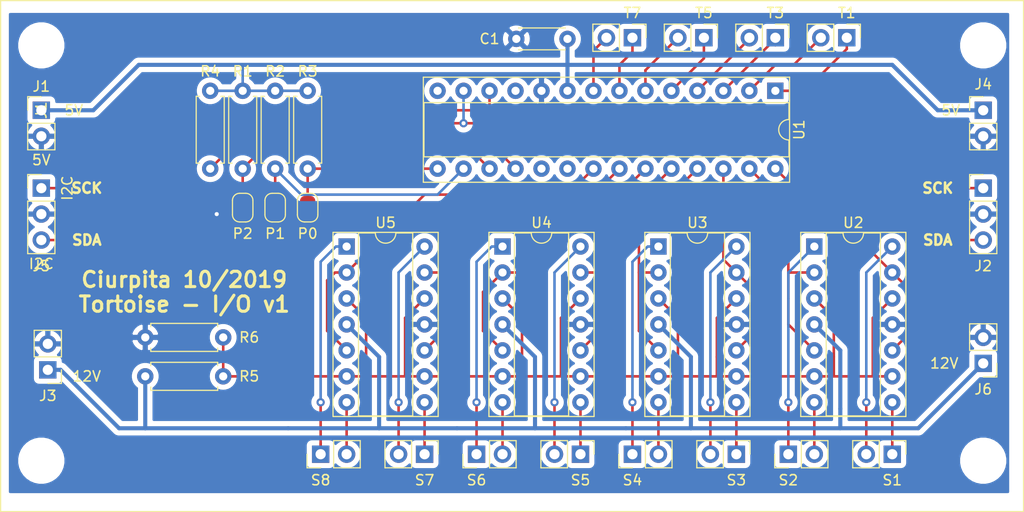
<source format=kicad_pcb>
(kicad_pcb (version 20171130) (host pcbnew "(5.1.2)-2")
  (layers (0 F.Cu signal) (31 B.Cu signal) (34 B.Paste user hide) (35 F.Paste user hide) (36 B.SilkS user hide) (37 F.SilkS user) (38 B.Mask user hide) (39 F.Mask user hide) (44 Edge.Cuts user))
  (net 0 "")
  (net 1 GND)
  (net 2 +12V)
  (net 3 "Net-(R4-Pad2)")
  (net 4 "Net-(R5-Pad2)")
  (net 5 "Net-(U1-Pad19)")
  (net 6 "Net-(U1-Pad20)")
  (net 7 "Net-(U1-Pad21)")
  (net 8 "Net-(U1-Pad22)")
  (net 9 "Net-(U1-Pad23)")
  (net 10 "Net-(U1-Pad24)")
  (net 11 "Net-(U1-Pad11)")
  (net 12 "Net-(U1-Pad25)")
  (net 13 "Net-(U1-Pad26)")
  (net 14 "Net-(U1-Pad27)")
  (net 15 "Net-(U1-Pad14)")
  (net 16 "Net-(U1-Pad28)")
  (net 17 "Net-(P2-Pad2)")
  (net 18 "Net-(P0-Pad2)")
  (net 19 SDA)
  (net 20 SCK)
  (net 21 +5V)
  (net 22 "Net-(P1-Pad2)")
  (net 23 "Net-(S1-Pad2)")
  (net 24 "Net-(S1-Pad1)")
  (net 25 "Net-(S2-Pad1)")
  (net 26 "Net-(S2-Pad2)")
  (net 27 "Net-(S3-Pad1)")
  (net 28 "Net-(S3-Pad2)")
  (net 29 "Net-(S4-Pad1)")
  (net 30 "Net-(S4-Pad2)")
  (net 31 "Net-(S5-Pad2)")
  (net 32 "Net-(S5-Pad1)")
  (net 33 "Net-(S6-Pad1)")
  (net 34 "Net-(S6-Pad2)")
  (net 35 "Net-(S7-Pad2)")
  (net 36 "Net-(S7-Pad1)")
  (net 37 "Net-(S8-Pad1)")
  (net 38 "Net-(S8-Pad2)")
  (net 39 "Net-(T1-Pad1)")
  (net 40 "Net-(T1-Pad2)")
  (net 41 "Net-(T3-Pad2)")
  (net 42 "Net-(T3-Pad1)")
  (net 43 "Net-(T5-Pad1)")
  (net 44 "Net-(T5-Pad2)")
  (net 45 "Net-(T7-Pad2)")
  (net 46 "Net-(T7-Pad1)")
  (module Connector_PinHeader_2.54mm:PinHeader_1x02_P2.54mm_Vertical (layer F.Cu) (at 186.055 277.495 180)
    (fp_text reference J6 (at 0 -2.54) (layer F.SilkS))
    (fp_text value 12V hide)
    (pad 2 thru_hole oval (at 0 2.54 180) (size 1.7 1.7) (drill 1) (layers *.Cu *.Mask) (net 1 GND))
    (pad 1 thru_hole rect (at 0 0 180) (size 1.7 1.7) (drill 1) (layers *.Cu *.Mask) (net 2 +12V))
  )
  (module Connector_PinHeader_2.54mm:PinHeader_1x02_P2.54mm_Vertical (layer F.Cu) (at 177.165 286.385 270)
    (fp_text reference S1 (at 2.54 0 180) (layer F.SilkS))
    (fp_text value SM1)
    (pad 2 thru_hole oval (at 0 2.54 270) (size 1.7 1.7) (drill 1) (layers *.Cu *.Mask) (net 23 "Net-(S1-Pad2)"))
    (pad 1 thru_hole rect (at 0 0 270) (size 1.7 1.7) (drill 1) (layers *.Cu *.Mask) (net 24 "Net-(S1-Pad1)"))
  )
  (module Connector_PinHeader_2.54mm:PinHeader_1x02_P2.54mm_Vertical (layer F.Cu) (at 186.055 252.73)
    (fp_text reference J4 (at 0 -2.54) (layer F.SilkS))
    (fp_text value 5V)
    (pad 2 thru_hole oval (at 0 2.54) (size 1.7 1.7) (drill 1) (layers *.Cu *.Mask) (net 1 GND))
    (pad 1 thru_hole rect (at 0 0) (size 1.7 1.7) (drill 1) (layers *.Cu *.Mask) (net 21 +5V))
  )
  (module Connector_PinHeader_2.54mm:PinHeader_1x03_P2.54mm_Vertical (layer F.Cu) (at 93.98 260.35)
    (fp_text reference J5 (at 0 7.62) (layer F.SilkS))
    (fp_text value I2C (at 0 7.41) (layer F.SilkS))
    (fp_text user %V (at 2.54 0 90) (layer F.SilkS))
    (pad 3 thru_hole oval (at 0 5.08) (size 1.7 1.7) (drill 1) (layers *.Cu *.Mask) (net 19 SDA))
    (pad 2 thru_hole oval (at 0 2.54) (size 1.7 1.7) (drill 1) (layers *.Cu *.Mask) (net 1 GND))
    (pad 1 thru_hole rect (at 0 0) (size 1.7 1.7) (drill 1) (layers *.Cu *.Mask) (net 20 SCK))
  )
  (module Connector_PinHeader_2.54mm:PinHeader_1x03_P2.54mm_Vertical (layer F.Cu) (at 186.055 260.35)
    (fp_text reference J2 (at 0 7.62) (layer F.SilkS))
    (fp_text value I2C)
    (pad 3 thru_hole oval (at 0 5.08) (size 1.7 1.7) (drill 1) (layers *.Cu *.Mask) (net 19 SDA))
    (pad 2 thru_hole oval (at 0 2.54) (size 1.7 1.7) (drill 1) (layers *.Cu *.Mask) (net 1 GND))
    (pad 1 thru_hole rect (at 0 0) (size 1.7 1.7) (drill 1) (layers *.Cu *.Mask) (net 20 SCK))
  )
  (module Jumper:SolderJumper-2_P1.3mm_Bridged_RoundedPad1.0x1.5mm (layer F.Cu) (at 113.665 262.255 90)
    (fp_text reference P2 (at -2.54 0 180) (layer F.SilkS))
    (fp_text value br)
    (fp_poly (pts (xy 0.25 -0.3) (xy -0.25 -0.3) (xy -0.25 0.3) (xy 0.25 0.3)) (layer F.Cu) (width 0))
    (pad 1 smd custom (at -0.65 0 90) (size 1 0.5) (layers F.Cu F.Mask) (net 1 GND) (options (clearance outline) (anchor rect)) (primitives (gr_circle (center 0 0.25) (end 0.5 0.25) (width 0)) (gr_circle (center 0 -0.25) (end 0.5 -0.25) (width 0)) (gr_poly (pts (xy 0 -0.75) (xy 0.5 -0.75) (xy 0.5 0.75) (xy 0 0.75)) (width 0))))
    (pad 2 smd custom (at 0.65 0 90) (size 1 0.5) (layers F.Cu F.Mask) (net 17 "Net-(P2-Pad2)") (options (clearance outline) (anchor rect)) (primitives (gr_circle (center 0 0.25) (end 0.5 0.25) (width 0)) (gr_circle (center 0 -0.25) (end 0.5 -0.25) (width 0)) (gr_poly (pts (xy 0 -0.75) (xy -0.5 -0.75) (xy -0.5 0.75) (xy 0 0.75)) (width 0))))
  )
  (module Jumper:SolderJumper-2_P1.3mm_Bridged_RoundedPad1.0x1.5mm (layer F.Cu) (at 116.84 262.255 90)
    (fp_text reference P1 (at -2.54 0 180) (layer F.SilkS))
    (fp_text value br)
    (fp_poly (pts (xy 0.25 -0.3) (xy -0.25 -0.3) (xy -0.25 0.3) (xy 0.25 0.3)) (layer F.Cu) (width 0))
    (pad 1 smd custom (at -0.65 0 90) (size 1 0.5) (layers F.Cu F.Mask) (net 1 GND) (options (clearance outline) (anchor rect)) (primitives (gr_circle (center 0 0.25) (end 0.5 0.25) (width 0)) (gr_circle (center 0 -0.25) (end 0.5 -0.25) (width 0)) (gr_poly (pts (xy 0 -0.75) (xy 0.5 -0.75) (xy 0.5 0.75) (xy 0 0.75)) (width 0))))
    (pad 2 smd custom (at 0.65 0 90) (size 1 0.5) (layers F.Cu F.Mask) (net 22 "Net-(P1-Pad2)") (options (clearance outline) (anchor rect)) (primitives (gr_circle (center 0 0.25) (end 0.5 0.25) (width 0)) (gr_circle (center 0 -0.25) (end 0.5 -0.25) (width 0)) (gr_poly (pts (xy 0 -0.75) (xy -0.5 -0.75) (xy -0.5 0.75) (xy 0 0.75)) (width 0))))
  )
  (module Jumper:SolderJumper-2_P1.3mm_Bridged_RoundedPad1.0x1.5mm (layer F.Cu) (at 120.015 262.255 90)
    (fp_text reference P0 (at -2.54 0 180) (layer F.SilkS))
    (fp_text value br)
    (fp_poly (pts (xy 0.25 -0.3) (xy -0.25 -0.3) (xy -0.25 0.3) (xy 0.25 0.3)) (layer F.Cu) (width 0))
    (pad 1 smd custom (at -0.65 0 90) (size 1 0.5) (layers F.Cu F.Mask) (net 1 GND) (options (clearance outline) (anchor rect)) (primitives (gr_circle (center 0 0.25) (end 0.5 0.25) (width 0)) (gr_circle (center 0 -0.25) (end 0.5 -0.25) (width 0)) (gr_poly (pts (xy 0 -0.75) (xy 0.5 -0.75) (xy 0.5 0.75) (xy 0 0.75)) (width 0))))
    (pad 2 smd custom (at 0.65 0 90) (size 1 0.5) (layers F.Cu F.Mask) (net 18 "Net-(P0-Pad2)") (options (clearance outline) (anchor rect)) (primitives (gr_circle (center 0 0.25) (end 0.5 0.25) (width 0)) (gr_circle (center 0 -0.25) (end 0.5 -0.25) (width 0)) (gr_poly (pts (xy 0 -0.75) (xy -0.5 -0.75) (xy -0.5 0.75) (xy 0 0.75)) (width 0))))
  )
  (module Capacitor_THT:C_Disc_D4.3mm_W1.9mm_P5.00mm (layer F.Cu) (at 145.415 245.745 180)
    (fp_text reference C1 (at 7.62 0) (layer F.SilkS))
    (fp_text value 0.01uF)
    (pad 1 thru_hole circle (at 0 0 180) (size 1.6 1.6) (drill 0.8) (layers *.Cu *.Mask) (net 21 +5V))
    (pad 2 thru_hole circle (at 5 0 180) (size 1.6 1.6) (drill 0.8) (layers *.Cu *.Mask) (net 1 GND))
  )
  (module MountingHole:MountingHole_3.5mm (layer F.Cu) (at 186.055 246.38)
    (fp_text reference H1 hide)
    (fp_text value MountingHole)
    (pad 1 np_thru_hole circle (at 0 0) (size 3.5 3.5) (drill 3.5) (layers *.Cu *.Mask))
  )
  (module MountingHole:MountingHole_3.5mm (layer F.Cu) (at 93.98 246.38)
    (fp_text reference H2 hide)
    (fp_text value MountingHole)
    (pad 1 np_thru_hole circle (at 0 0) (size 3.5 3.5) (drill 3.5) (layers *.Cu *.Mask))
  )
  (module MountingHole:MountingHole_3.5mm (layer F.Cu) (at 186.055 287.02)
    (fp_text reference H3 hide)
    (fp_text value MountingHole)
    (pad 1 np_thru_hole circle (at 0 0) (size 3.5 3.5) (drill 3.5) (layers *.Cu *.Mask))
  )
  (module MountingHole:MountingHole_3.5mm (layer F.Cu) (at 93.98 287.02)
    (fp_text reference H4 hide)
    (fp_text value MountingHole)
    (pad 1 np_thru_hole circle (at 0 0) (size 3.5 3.5) (drill 3.5) (layers *.Cu *.Mask))
  )
  (module Resistor_THT:R_Axial_DIN0207_L6.3mm_D2.5mm_P7.62mm_Horizontal (layer F.Cu) (at 113.665 258.445 90)
    (fp_text reference R1 (at 9.525 0 180) (layer F.SilkS))
    (fp_text value 10K)
    (pad 1 thru_hole circle (at 0 0 90) (size 1.6 1.6) (drill 0.8) (layers *.Cu *.Mask) (net 17 "Net-(P2-Pad2)"))
    (pad 2 thru_hole oval (at 7.62 0 90) (size 1.6 1.6) (drill 0.8) (layers *.Cu *.Mask) (net 21 +5V))
  )
  (module Resistor_THT:R_Axial_DIN0207_L6.3mm_D2.5mm_P7.62mm_Horizontal (layer F.Cu) (at 116.84 250.825 270)
    (fp_text reference R2 (at -1.905 0 180) (layer F.SilkS))
    (fp_text value 10K)
    (pad 2 thru_hole oval (at 7.62 0 270) (size 1.6 1.6) (drill 0.8) (layers *.Cu *.Mask) (net 22 "Net-(P1-Pad2)"))
    (pad 1 thru_hole circle (at 0 0 270) (size 1.6 1.6) (drill 0.8) (layers *.Cu *.Mask) (net 21 +5V))
  )
  (module Resistor_THT:R_Axial_DIN0207_L6.3mm_D2.5mm_P7.62mm_Horizontal (layer F.Cu) (at 120.015 250.825 270)
    (fp_text reference R3 (at -1.905 0 180) (layer F.SilkS))
    (fp_text value 10k)
    (pad 1 thru_hole circle (at 0 0 270) (size 1.6 1.6) (drill 0.8) (layers *.Cu *.Mask) (net 21 +5V))
    (pad 2 thru_hole oval (at 7.62 0 270) (size 1.6 1.6) (drill 0.8) (layers *.Cu *.Mask) (net 18 "Net-(P0-Pad2)"))
  )
  (module Resistor_THT:R_Axial_DIN0207_L6.3mm_D2.5mm_P7.62mm_Horizontal (layer F.Cu) (at 110.49 250.825 270)
    (fp_text reference R4 (at -1.905 0 180) (layer F.SilkS))
    (fp_text value 10K)
    (pad 2 thru_hole oval (at 7.62 0 270) (size 1.6 1.6) (drill 0.8) (layers *.Cu *.Mask) (net 3 "Net-(R4-Pad2)"))
    (pad 1 thru_hole circle (at 0 0 270) (size 1.6 1.6) (drill 0.8) (layers *.Cu *.Mask) (net 21 +5V))
  )
  (module Resistor_THT:R_Axial_DIN0207_L6.3mm_D2.5mm_P7.62mm_Horizontal (layer F.Cu) (at 104.14 278.765)
    (fp_text reference R5 (at 10.16 0) (layer F.SilkS))
    (fp_text value 4.7K)
    (pad 1 thru_hole circle (at 0 0) (size 1.6 1.6) (drill 0.8) (layers *.Cu *.Mask) (net 2 +12V))
    (pad 2 thru_hole oval (at 7.62 0) (size 1.6 1.6) (drill 0.8) (layers *.Cu *.Mask) (net 4 "Net-(R5-Pad2)"))
  )
  (module Resistor_THT:R_Axial_DIN0207_L6.3mm_D2.5mm_P7.62mm_Horizontal (layer F.Cu) (at 111.76 274.955 180)
    (fp_text reference R6 (at -2.54 0) (layer F.SilkS))
    (fp_text value 1K)
    (pad 2 thru_hole oval (at 7.62 0 180) (size 1.6 1.6) (drill 0.8) (layers *.Cu *.Mask) (net 1 GND))
    (pad 1 thru_hole circle (at 0 0 180) (size 1.6 1.6) (drill 0.8) (layers *.Cu *.Mask) (net 4 "Net-(R5-Pad2)"))
  )
  (module Package_DIP:DIP-28_W7.62mm_Socket (layer F.Cu) (at 165.735 250.825 270)
    (fp_text reference U1 (at 3.81 -2.33 90) (layer F.SilkS))
    (fp_text value MCP23017_SP)
    (pad 1 thru_hole rect (at 0 0 270) (size 1.6 1.6) (drill 0.8) (layers *.Cu *.Mask) (net 39 "Net-(T1-Pad1)"))
    (pad 15 thru_hole oval (at 7.62 33.02 270) (size 1.6 1.6) (drill 0.8) (layers *.Cu *.Mask) (net 18 "Net-(P0-Pad2)"))
    (pad 2 thru_hole oval (at 0 2.54 270) (size 1.6 1.6) (drill 0.8) (layers *.Cu *.Mask) (net 40 "Net-(T1-Pad2)"))
    (pad 16 thru_hole oval (at 7.62 30.48 270) (size 1.6 1.6) (drill 0.8) (layers *.Cu *.Mask) (net 22 "Net-(P1-Pad2)"))
    (pad 3 thru_hole oval (at 0 5.08 270) (size 1.6 1.6) (drill 0.8) (layers *.Cu *.Mask) (net 42 "Net-(T3-Pad1)"))
    (pad 17 thru_hole oval (at 7.62 27.94 270) (size 1.6 1.6) (drill 0.8) (layers *.Cu *.Mask) (net 17 "Net-(P2-Pad2)"))
    (pad 4 thru_hole oval (at 0 7.62 270) (size 1.6 1.6) (drill 0.8) (layers *.Cu *.Mask) (net 41 "Net-(T3-Pad2)"))
    (pad 18 thru_hole oval (at 7.62 25.4 270) (size 1.6 1.6) (drill 0.8) (layers *.Cu *.Mask) (net 3 "Net-(R4-Pad2)"))
    (pad 5 thru_hole oval (at 0 10.16 270) (size 1.6 1.6) (drill 0.8) (layers *.Cu *.Mask) (net 43 "Net-(T5-Pad1)"))
    (pad 19 thru_hole oval (at 7.62 22.86 270) (size 1.6 1.6) (drill 0.8) (layers *.Cu *.Mask) (net 5 "Net-(U1-Pad19)"))
    (pad 6 thru_hole oval (at 0 12.7 270) (size 1.6 1.6) (drill 0.8) (layers *.Cu *.Mask) (net 44 "Net-(T5-Pad2)"))
    (pad 20 thru_hole oval (at 7.62 20.32 270) (size 1.6 1.6) (drill 0.8) (layers *.Cu *.Mask) (net 6 "Net-(U1-Pad20)"))
    (pad 7 thru_hole oval (at 0 15.24 270) (size 1.6 1.6) (drill 0.8) (layers *.Cu *.Mask) (net 46 "Net-(T7-Pad1)"))
    (pad 21 thru_hole oval (at 7.62 17.78 270) (size 1.6 1.6) (drill 0.8) (layers *.Cu *.Mask) (net 7 "Net-(U1-Pad21)"))
    (pad 8 thru_hole oval (at 0 17.78 270) (size 1.6 1.6) (drill 0.8) (layers *.Cu *.Mask) (net 45 "Net-(T7-Pad2)"))
    (pad 22 thru_hole oval (at 7.62 15.24 270) (size 1.6 1.6) (drill 0.8) (layers *.Cu *.Mask) (net 8 "Net-(U1-Pad22)"))
    (pad 9 thru_hole oval (at 0 20.32 270) (size 1.6 1.6) (drill 0.8) (layers *.Cu *.Mask) (net 21 +5V))
    (pad 23 thru_hole oval (at 7.62 12.7 270) (size 1.6 1.6) (drill 0.8) (layers *.Cu *.Mask) (net 9 "Net-(U1-Pad23)"))
    (pad 10 thru_hole oval (at 0 22.86 270) (size 1.6 1.6) (drill 0.8) (layers *.Cu *.Mask) (net 1 GND))
    (pad 24 thru_hole oval (at 7.62 10.16 270) (size 1.6 1.6) (drill 0.8) (layers *.Cu *.Mask) (net 10 "Net-(U1-Pad24)"))
    (pad 11 thru_hole oval (at 0 25.4 270) (size 1.6 1.6) (drill 0.8) (layers *.Cu *.Mask) (net 11 "Net-(U1-Pad11)"))
    (pad 25 thru_hole oval (at 7.62 7.62 270) (size 1.6 1.6) (drill 0.8) (layers *.Cu *.Mask) (net 12 "Net-(U1-Pad25)"))
    (pad 12 thru_hole oval (at 0 27.94 270) (size 1.6 1.6) (drill 0.8) (layers *.Cu *.Mask) (net 20 SCK))
    (pad 26 thru_hole oval (at 7.62 5.08 270) (size 1.6 1.6) (drill 0.8) (layers *.Cu *.Mask) (net 13 "Net-(U1-Pad26)"))
    (pad 13 thru_hole oval (at 0 30.48 270) (size 1.6 1.6) (drill 0.8) (layers *.Cu *.Mask) (net 19 SDA))
    (pad 27 thru_hole oval (at 7.62 2.54 270) (size 1.6 1.6) (drill 0.8) (layers *.Cu *.Mask) (net 14 "Net-(U1-Pad27)"))
    (pad 14 thru_hole oval (at 0 33.02 270) (size 1.6 1.6) (drill 0.8) (layers *.Cu *.Mask) (net 15 "Net-(U1-Pad14)"))
    (pad 28 thru_hole oval (at 7.62 0 270) (size 1.6 1.6) (drill 0.8) (layers *.Cu *.Mask) (net 16 "Net-(U1-Pad28)"))
  )
  (module Package_DIP:DIP-14_W7.62mm_Socket (layer F.Cu) (at 169.545 266.065)
    (fp_text reference U2 (at 3.81 -2.33) (layer F.SilkS))
    (fp_text value LM324A)
    (pad 14 thru_hole oval (at 7.62 0) (size 1.6 1.6) (drill 0.8) (layers *.Cu *.Mask) (net 23 "Net-(S1-Pad2)"))
    (pad 7 thru_hole oval (at 0 15.24) (size 1.6 1.6) (drill 0.8) (layers *.Cu *.Mask) (net 26 "Net-(S2-Pad2)"))
    (pad 13 thru_hole oval (at 7.62 2.54) (size 1.6 1.6) (drill 0.8) (layers *.Cu *.Mask) (net 16 "Net-(U1-Pad28)"))
    (pad 6 thru_hole oval (at 0 12.7) (size 1.6 1.6) (drill 0.8) (layers *.Cu *.Mask) (net 4 "Net-(R5-Pad2)"))
    (pad 12 thru_hole oval (at 7.62 5.08) (size 1.6 1.6) (drill 0.8) (layers *.Cu *.Mask) (net 4 "Net-(R5-Pad2)"))
    (pad 5 thru_hole oval (at 0 10.16) (size 1.6 1.6) (drill 0.8) (layers *.Cu *.Mask) (net 14 "Net-(U1-Pad27)"))
    (pad 11 thru_hole oval (at 7.62 7.62) (size 1.6 1.6) (drill 0.8) (layers *.Cu *.Mask) (net 1 GND))
    (pad 4 thru_hole oval (at 0 7.62) (size 1.6 1.6) (drill 0.8) (layers *.Cu *.Mask) (net 2 +12V))
    (pad 10 thru_hole oval (at 7.62 10.16) (size 1.6 1.6) (drill 0.8) (layers *.Cu *.Mask) (net 16 "Net-(U1-Pad28)"))
    (pad 3 thru_hole oval (at 0 5.08) (size 1.6 1.6) (drill 0.8) (layers *.Cu *.Mask) (net 4 "Net-(R5-Pad2)"))
    (pad 9 thru_hole oval (at 7.62 12.7) (size 1.6 1.6) (drill 0.8) (layers *.Cu *.Mask) (net 4 "Net-(R5-Pad2)"))
    (pad 2 thru_hole oval (at 0 2.54) (size 1.6 1.6) (drill 0.8) (layers *.Cu *.Mask) (net 14 "Net-(U1-Pad27)"))
    (pad 8 thru_hole oval (at 7.62 15.24) (size 1.6 1.6) (drill 0.8) (layers *.Cu *.Mask) (net 24 "Net-(S1-Pad1)"))
    (pad 1 thru_hole rect (at 0 0) (size 1.6 1.6) (drill 0.8) (layers *.Cu *.Mask) (net 25 "Net-(S2-Pad1)"))
  )
  (module Package_DIP:DIP-14_W7.62mm_Socket (layer F.Cu) (at 154.305 266.065)
    (fp_text reference U3 (at 3.81 -2.33) (layer F.SilkS))
    (fp_text value LM324A)
    (pad 14 thru_hole oval (at 7.62 0) (size 1.6 1.6) (drill 0.8) (layers *.Cu *.Mask) (net 28 "Net-(S3-Pad2)"))
    (pad 7 thru_hole oval (at 0 15.24) (size 1.6 1.6) (drill 0.8) (layers *.Cu *.Mask) (net 30 "Net-(S4-Pad2)"))
    (pad 13 thru_hole oval (at 7.62 2.54) (size 1.6 1.6) (drill 0.8) (layers *.Cu *.Mask) (net 13 "Net-(U1-Pad26)"))
    (pad 6 thru_hole oval (at 0 12.7) (size 1.6 1.6) (drill 0.8) (layers *.Cu *.Mask) (net 4 "Net-(R5-Pad2)"))
    (pad 12 thru_hole oval (at 7.62 5.08) (size 1.6 1.6) (drill 0.8) (layers *.Cu *.Mask) (net 4 "Net-(R5-Pad2)"))
    (pad 5 thru_hole oval (at 0 10.16) (size 1.6 1.6) (drill 0.8) (layers *.Cu *.Mask) (net 12 "Net-(U1-Pad25)"))
    (pad 11 thru_hole oval (at 7.62 7.62) (size 1.6 1.6) (drill 0.8) (layers *.Cu *.Mask) (net 1 GND))
    (pad 4 thru_hole oval (at 0 7.62) (size 1.6 1.6) (drill 0.8) (layers *.Cu *.Mask) (net 2 +12V))
    (pad 10 thru_hole oval (at 7.62 10.16) (size 1.6 1.6) (drill 0.8) (layers *.Cu *.Mask) (net 13 "Net-(U1-Pad26)"))
    (pad 3 thru_hole oval (at 0 5.08) (size 1.6 1.6) (drill 0.8) (layers *.Cu *.Mask) (net 4 "Net-(R5-Pad2)"))
    (pad 9 thru_hole oval (at 7.62 12.7) (size 1.6 1.6) (drill 0.8) (layers *.Cu *.Mask) (net 4 "Net-(R5-Pad2)"))
    (pad 2 thru_hole oval (at 0 2.54) (size 1.6 1.6) (drill 0.8) (layers *.Cu *.Mask) (net 12 "Net-(U1-Pad25)"))
    (pad 8 thru_hole oval (at 7.62 15.24) (size 1.6 1.6) (drill 0.8) (layers *.Cu *.Mask) (net 27 "Net-(S3-Pad1)"))
    (pad 1 thru_hole rect (at 0 0) (size 1.6 1.6) (drill 0.8) (layers *.Cu *.Mask) (net 29 "Net-(S4-Pad1)"))
  )
  (module Package_DIP:DIP-14_W7.62mm_Socket (layer F.Cu) (at 139.065 266.065)
    (fp_text reference U4 (at 3.81 -2.33) (layer F.SilkS))
    (fp_text value LM324A)
    (pad 1 thru_hole rect (at 0 0) (size 1.6 1.6) (drill 0.8) (layers *.Cu *.Mask) (net 33 "Net-(S6-Pad1)"))
    (pad 8 thru_hole oval (at 7.62 15.24) (size 1.6 1.6) (drill 0.8) (layers *.Cu *.Mask) (net 32 "Net-(S5-Pad1)"))
    (pad 2 thru_hole oval (at 0 2.54) (size 1.6 1.6) (drill 0.8) (layers *.Cu *.Mask) (net 9 "Net-(U1-Pad23)"))
    (pad 9 thru_hole oval (at 7.62 12.7) (size 1.6 1.6) (drill 0.8) (layers *.Cu *.Mask) (net 4 "Net-(R5-Pad2)"))
    (pad 3 thru_hole oval (at 0 5.08) (size 1.6 1.6) (drill 0.8) (layers *.Cu *.Mask) (net 4 "Net-(R5-Pad2)"))
    (pad 10 thru_hole oval (at 7.62 10.16) (size 1.6 1.6) (drill 0.8) (layers *.Cu *.Mask) (net 10 "Net-(U1-Pad24)"))
    (pad 4 thru_hole oval (at 0 7.62) (size 1.6 1.6) (drill 0.8) (layers *.Cu *.Mask) (net 2 +12V))
    (pad 11 thru_hole oval (at 7.62 7.62) (size 1.6 1.6) (drill 0.8) (layers *.Cu *.Mask) (net 1 GND))
    (pad 5 thru_hole oval (at 0 10.16) (size 1.6 1.6) (drill 0.8) (layers *.Cu *.Mask) (net 9 "Net-(U1-Pad23)"))
    (pad 12 thru_hole oval (at 7.62 5.08) (size 1.6 1.6) (drill 0.8) (layers *.Cu *.Mask) (net 4 "Net-(R5-Pad2)"))
    (pad 6 thru_hole oval (at 0 12.7) (size 1.6 1.6) (drill 0.8) (layers *.Cu *.Mask) (net 4 "Net-(R5-Pad2)"))
    (pad 13 thru_hole oval (at 7.62 2.54) (size 1.6 1.6) (drill 0.8) (layers *.Cu *.Mask) (net 10 "Net-(U1-Pad24)"))
    (pad 7 thru_hole oval (at 0 15.24) (size 1.6 1.6) (drill 0.8) (layers *.Cu *.Mask) (net 34 "Net-(S6-Pad2)"))
    (pad 14 thru_hole oval (at 7.62 0) (size 1.6 1.6) (drill 0.8) (layers *.Cu *.Mask) (net 31 "Net-(S5-Pad2)"))
  )
  (module Package_DIP:DIP-14_W7.62mm_Socket (layer F.Cu) (at 123.825 266.065)
    (fp_text reference U5 (at 3.81 -2.33) (layer F.SilkS))
    (fp_text value LM324A)
    (pad 1 thru_hole rect (at 0 0) (size 1.6 1.6) (drill 0.8) (layers *.Cu *.Mask) (net 37 "Net-(S8-Pad1)"))
    (pad 8 thru_hole oval (at 7.62 15.24) (size 1.6 1.6) (drill 0.8) (layers *.Cu *.Mask) (net 36 "Net-(S7-Pad1)"))
    (pad 2 thru_hole oval (at 0 2.54) (size 1.6 1.6) (drill 0.8) (layers *.Cu *.Mask) (net 7 "Net-(U1-Pad21)"))
    (pad 9 thru_hole oval (at 7.62 12.7) (size 1.6 1.6) (drill 0.8) (layers *.Cu *.Mask) (net 4 "Net-(R5-Pad2)"))
    (pad 3 thru_hole oval (at 0 5.08) (size 1.6 1.6) (drill 0.8) (layers *.Cu *.Mask) (net 4 "Net-(R5-Pad2)"))
    (pad 10 thru_hole oval (at 7.62 10.16) (size 1.6 1.6) (drill 0.8) (layers *.Cu *.Mask) (net 8 "Net-(U1-Pad22)"))
    (pad 4 thru_hole oval (at 0 7.62) (size 1.6 1.6) (drill 0.8) (layers *.Cu *.Mask) (net 2 +12V))
    (pad 11 thru_hole oval (at 7.62 7.62) (size 1.6 1.6) (drill 0.8) (layers *.Cu *.Mask) (net 1 GND))
    (pad 5 thru_hole oval (at 0 10.16) (size 1.6 1.6) (drill 0.8) (layers *.Cu *.Mask) (net 7 "Net-(U1-Pad21)"))
    (pad 12 thru_hole oval (at 7.62 5.08) (size 1.6 1.6) (drill 0.8) (layers *.Cu *.Mask) (net 4 "Net-(R5-Pad2)"))
    (pad 6 thru_hole oval (at 0 12.7) (size 1.6 1.6) (drill 0.8) (layers *.Cu *.Mask) (net 4 "Net-(R5-Pad2)"))
    (pad 13 thru_hole oval (at 7.62 2.54) (size 1.6 1.6) (drill 0.8) (layers *.Cu *.Mask) (net 8 "Net-(U1-Pad22)"))
    (pad 7 thru_hole oval (at 0 15.24) (size 1.6 1.6) (drill 0.8) (layers *.Cu *.Mask) (net 38 "Net-(S8-Pad2)"))
    (pad 14 thru_hole oval (at 7.62 0) (size 1.6 1.6) (drill 0.8) (layers *.Cu *.Mask) (net 35 "Net-(S7-Pad2)"))
  )
  (module Connector_PinHeader_2.54mm:PinHeader_1x02_P2.54mm_Vertical (layer F.Cu) (at 172.72 245.635 270)
    (fp_text reference T1 (at -2.43 0 180) (layer F.SilkS))
    (fp_text value I/O)
    (pad 1 thru_hole rect (at 0 0 270) (size 1.7 1.7) (drill 1) (layers *.Cu *.Mask) (net 39 "Net-(T1-Pad1)"))
    (pad 2 thru_hole oval (at 0 2.54 270) (size 1.7 1.7) (drill 1) (layers *.Cu *.Mask) (net 40 "Net-(T1-Pad2)"))
  )
  (module Connector_PinHeader_2.54mm:PinHeader_1x02_P2.54mm_Vertical (layer F.Cu) (at 165.735 245.635 270)
    (fp_text reference T3 (at -2.43 0 180) (layer F.SilkS))
    (fp_text value I/O)
    (pad 2 thru_hole oval (at 0 2.54 270) (size 1.7 1.7) (drill 1) (layers *.Cu *.Mask) (net 41 "Net-(T3-Pad2)"))
    (pad 1 thru_hole rect (at 0 0 270) (size 1.7 1.7) (drill 1) (layers *.Cu *.Mask) (net 42 "Net-(T3-Pad1)"))
  )
  (module Connector_PinHeader_2.54mm:PinHeader_1x02_P2.54mm_Vertical (layer F.Cu) (at 158.75 245.635 270)
    (fp_text reference T5 (at -2.43 0) (layer F.SilkS))
    (fp_text value I/O)
    (pad 1 thru_hole rect (at 0 0 270) (size 1.7 1.7) (drill 1) (layers *.Cu *.Mask) (net 43 "Net-(T5-Pad1)"))
    (pad 2 thru_hole oval (at 0 2.54 270) (size 1.7 1.7) (drill 1) (layers *.Cu *.Mask) (net 44 "Net-(T5-Pad2)"))
  )
  (module Connector_PinHeader_2.54mm:PinHeader_1x02_P2.54mm_Vertical (layer F.Cu) (at 151.765 245.635 270)
    (fp_text reference T7 (at -2.43 0 180) (layer F.SilkS))
    (fp_text value I/O)
    (pad 2 thru_hole oval (at 0 2.54 270) (size 1.7 1.7) (drill 1) (layers *.Cu *.Mask) (net 45 "Net-(T7-Pad2)"))
    (pad 1 thru_hole rect (at 0 0 270) (size 1.7 1.7) (drill 1) (layers *.Cu *.Mask) (net 46 "Net-(T7-Pad1)"))
  )
  (module Connector_PinHeader_2.54mm:PinHeader_1x02_P2.54mm_Vertical (layer F.Cu) (at 167.005 286.385 90)
    (fp_text reference S2 (at -2.54 0 180) (layer F.SilkS))
    (fp_text value SM2)
    (pad 1 thru_hole rect (at 0 0 90) (size 1.7 1.7) (drill 1) (layers *.Cu *.Mask) (net 25 "Net-(S2-Pad1)"))
    (pad 2 thru_hole oval (at 0 2.54 90) (size 1.7 1.7) (drill 1) (layers *.Cu *.Mask) (net 26 "Net-(S2-Pad2)"))
  )
  (module Connector_PinHeader_2.54mm:PinHeader_1x02_P2.54mm_Vertical (layer F.Cu) (at 161.925 286.385 270)
    (fp_text reference S3 (at 2.54 0 180) (layer F.SilkS))
    (fp_text value SM3)
    (pad 1 thru_hole rect (at 0 0 270) (size 1.7 1.7) (drill 1) (layers *.Cu *.Mask) (net 27 "Net-(S3-Pad1)"))
    (pad 2 thru_hole oval (at 0 2.54 270) (size 1.7 1.7) (drill 1) (layers *.Cu *.Mask) (net 28 "Net-(S3-Pad2)"))
  )
  (module Connector_PinHeader_2.54mm:PinHeader_1x02_P2.54mm_Vertical (layer F.Cu) (at 151.765 286.385 90)
    (fp_text reference S4 (at -2.54 0 180) (layer F.SilkS))
    (fp_text value SM4)
    (pad 1 thru_hole rect (at 0 0 90) (size 1.7 1.7) (drill 1) (layers *.Cu *.Mask) (net 29 "Net-(S4-Pad1)"))
    (pad 2 thru_hole oval (at 0 2.54 90) (size 1.7 1.7) (drill 1) (layers *.Cu *.Mask) (net 30 "Net-(S4-Pad2)"))
  )
  (module Connector_PinHeader_2.54mm:PinHeader_1x02_P2.54mm_Vertical (layer F.Cu) (at 146.685 286.385 270)
    (fp_text reference S5 (at 2.54 0 180) (layer F.SilkS))
    (fp_text value SM5)
    (pad 2 thru_hole oval (at 0 2.54 270) (size 1.7 1.7) (drill 1) (layers *.Cu *.Mask) (net 31 "Net-(S5-Pad2)"))
    (pad 1 thru_hole rect (at 0 0 270) (size 1.7 1.7) (drill 1) (layers *.Cu *.Mask) (net 32 "Net-(S5-Pad1)"))
  )
  (module Connector_PinHeader_2.54mm:PinHeader_1x02_P2.54mm_Vertical (layer F.Cu) (at 136.525 286.385 90)
    (fp_text reference S6 (at -2.54 0 180) (layer F.SilkS))
    (fp_text value SM6)
    (pad 1 thru_hole rect (at 0 0 90) (size 1.7 1.7) (drill 1) (layers *.Cu *.Mask) (net 33 "Net-(S6-Pad1)"))
    (pad 2 thru_hole oval (at 0 2.54 90) (size 1.7 1.7) (drill 1) (layers *.Cu *.Mask) (net 34 "Net-(S6-Pad2)"))
  )
  (module Connector_PinHeader_2.54mm:PinHeader_1x02_P2.54mm_Vertical (layer F.Cu) (at 131.445 286.385 270)
    (fp_text reference S7 (at 2.54 0 180) (layer F.SilkS))
    (fp_text value SM7)
    (pad 2 thru_hole oval (at 0 2.54 270) (size 1.7 1.7) (drill 1) (layers *.Cu *.Mask) (net 35 "Net-(S7-Pad2)"))
    (pad 1 thru_hole rect (at 0 0 270) (size 1.7 1.7) (drill 1) (layers *.Cu *.Mask) (net 36 "Net-(S7-Pad1)"))
  )
  (module Connector_PinHeader_2.54mm:PinHeader_1x02_P2.54mm_Vertical (layer F.Cu) (at 121.285 286.385 90)
    (fp_text reference S8 (at -2.54 0 180) (layer F.SilkS))
    (fp_text value SM8)
    (pad 1 thru_hole rect (at 0 0 90) (size 1.7 1.7) (drill 1) (layers *.Cu *.Mask) (net 37 "Net-(S8-Pad1)"))
    (pad 2 thru_hole oval (at 0 2.54 90) (size 1.7 1.7) (drill 1) (layers *.Cu *.Mask) (net 38 "Net-(S8-Pad2)"))
  )
  (module Connector_PinHeader_2.54mm:PinHeader_1x02_P2.54mm_Vertical (layer F.Cu) (at 93.98 252.73)
    (fp_text reference J1 (at 0 -2.33) (layer F.SilkS))
    (fp_text value 5V (at 0 4.87) (layer F.SilkS))
    (fp_text user %R (at 0 0 90) (layer F.SilkS))
    (pad 2 thru_hole oval (at 0 2.54) (size 1.7 1.7) (drill 1) (layers *.Cu *.Mask) (net 1 GND))
    (pad 1 thru_hole rect (at 0 0) (size 1.7 1.7) (drill 1) (layers *.Cu *.Mask) (net 21 +5V))
  )
  (module Connector_PinHeader_2.54mm:PinHeader_1x02_P2.54mm_Vertical (layer F.Cu) (at 94.615 278.13 180)
    (fp_text reference J3 (at 0 -2.54) (layer F.SilkS))
    (fp_text value 12V)
    (pad 2 thru_hole oval (at 0 2.54 180) (size 1.7 1.7) (drill 1) (layers *.Cu *.Mask) (net 1 GND))
    (pad 1 thru_hole rect (at 0 0 180) (size 1.7 1.7) (drill 1) (layers *.Cu *.Mask) (net 2 +12V))
  )
  (gr_line (start 90 292) (end 90 242) (layer F.SilkS) (width 0.12))
  (gr_line (start 190 292) (end 90 292) (layer F.SilkS) (width 0.12))
  (gr_line (start 190 242) (end 190 292) (layer F.SilkS) (width 0.12))
  (gr_line (start 90 242) (end 190 242) (layer F.SilkS) (width 0.12))
  (gr_text 12V (at 182.245 277.495) (layer F.SilkS) (effects (font (size 1 1))))
  (gr_text 5V (at 182.88 252.73) (layer F.SilkS) (effects (font (size 1 1))))
  (gr_text 5V (at 97.155 252.73) (layer F.SilkS) (effects (font (size 1 1))))
  (gr_text 12V (at 98.425 278.765) (layer F.SilkS) (effects (font (size 1 1))))
  (gr_text SDA (at 98.425 265.43) (layer F.SilkS) (effects (font (size 1 1) (thickness 0.25))))
  (gr_text SCK (at 98.425 260.35) (layer F.SilkS) (effects (font (size 1 1) (thickness 0.25))))
  (gr_text SCK (at 181.61 260.35) (layer F.SilkS) (effects (font (size 1 1) (thickness 0.25))))
  (gr_text SDA (at 181.61 265.43) (layer F.SilkS) (effects (font (size 1 1) (thickness 0.25))))
  (gr_text "Ciurpita 10/2019\nTortoise - I/O v1" (at 107.95 270.51) (layer F.SilkS) (effects (font (size 1.5 1.5) (thickness 0.3))))
  (via (at 111.125 262.89) (size 0.8) (drill 0.4) (layers F.Cu B.Cu) (net 1))
  (segment (start 113.665 262.905) (end 120.015 262.905) (width 0.4) (layer F.Cu) (net 1))
  (segment (start 113.65 262.89) (end 113.665 262.905) (width 0.4) (layer F.Cu) (net 1))
  (segment (start 111.125 262.89) (end 113.65 262.89) (width 0.4) (layer F.Cu) (net 1))
  (segment (start 94.615 278.13) (end 95.865 278.13) (width 0.4) (layer B.Cu) (net 2))
  (segment (start 95.865 278.13) (end 101.58 283.845) (width 0.4) (layer B.Cu) (net 2))
  (segment (start 169.545 273.685) (end 170.344999 274.484999) (width 0.4) (layer B.Cu) (net 2))
  (segment (start 170.344999 274.484999) (end 172.085 276.225) (width 0.4) (layer B.Cu) (net 2))
  (segment (start 172.085 276.225) (end 172.085 281.94) (width 0.4) (layer B.Cu) (net 2))
  (segment (start 157.48 276.86) (end 157.48 283.845) (width 0.4) (layer B.Cu) (net 2))
  (segment (start 154.305 273.685) (end 157.48 276.86) (width 0.4) (layer B.Cu) (net 2))
  (segment (start 151.13 283.845) (end 157.48 283.845) (width 0.4) (layer B.Cu) (net 2))
  (segment (start 142.24 276.86) (end 142.24 283.845) (width 0.4) (layer B.Cu) (net 2))
  (segment (start 139.065 273.685) (end 142.24 276.86) (width 0.4) (layer B.Cu) (net 2))
  (segment (start 134.62 283.845) (end 142.24 283.845) (width 0.4) (layer B.Cu) (net 2))
  (segment (start 142.24 283.845) (end 151.13 283.845) (width 0.4) (layer B.Cu) (net 2))
  (segment (start 127 276.86) (end 127 283.845) (width 0.4) (layer B.Cu) (net 2))
  (segment (start 123.825 273.685) (end 127 276.86) (width 0.4) (layer B.Cu) (net 2))
  (segment (start 118.11 283.845) (end 127 283.845) (width 0.4) (layer B.Cu) (net 2))
  (segment (start 127 283.845) (end 134.62 283.845) (width 0.4) (layer B.Cu) (net 2))
  (segment (start 179.705 283.845) (end 186.055 277.495) (width 0.4) (layer B.Cu) (net 2))
  (segment (start 157.48 283.845) (end 179.705 283.845) (width 0.4) (layer B.Cu) (net 2))
  (segment (start 172.085 281.94) (end 172.085 283.845) (width 0.4) (layer B.Cu) (net 2))
  (segment (start 104.14 278.765) (end 104.14 283.845) (width 0.4) (layer B.Cu) (net 2))
  (segment (start 101.58 283.845) (end 104.14 283.845) (width 0.4) (layer B.Cu) (net 2))
  (segment (start 104.14 283.845) (end 118.11 283.845) (width 0.4) (layer B.Cu) (net 2))
  (segment (start 110.49 258.445) (end 113.665 255.27) (width 0.25) (layer F.Cu) (net 3))
  (segment (start 137.16 255.27) (end 140.335 258.445) (width 0.25) (layer F.Cu) (net 3))
  (segment (start 113.665 255.27) (end 137.16 255.27) (width 0.25) (layer F.Cu) (net 3))
  (segment (start 161.925 271.145) (end 160.02 273.05) (width 0.25) (layer F.Cu) (net 4))
  (segment (start 160.02 273.05) (end 160.02 276.86) (width 0.25) (layer F.Cu) (net 4))
  (segment (start 177.165 271.145) (end 175.26 273.05) (width 0.25) (layer F.Cu) (net 4))
  (segment (start 175.26 273.05) (end 175.26 276.86) (width 0.25) (layer F.Cu) (net 4))
  (segment (start 154.305 271.145) (end 156.21 273.05) (width 0.25) (layer F.Cu) (net 4))
  (segment (start 156.21 273.05) (end 156.21 276.86) (width 0.25) (layer F.Cu) (net 4))
  (segment (start 169.545 271.145) (end 171.45 273.05) (width 0.25) (layer F.Cu) (net 4))
  (segment (start 171.45 273.05) (end 171.45 276.86) (width 0.25) (layer F.Cu) (net 4))
  (segment (start 175.26 276.86) (end 175.26 278.765) (width 0.25) (layer F.Cu) (net 4))
  (segment (start 177.165 278.765) (end 175.26 278.765) (width 0.25) (layer F.Cu) (net 4))
  (segment (start 171.45 276.86) (end 171.45 278.765) (width 0.25) (layer F.Cu) (net 4))
  (segment (start 175.26 278.765) (end 171.45 278.765) (width 0.25) (layer F.Cu) (net 4))
  (segment (start 171.45 278.765) (end 146.685 278.765) (width 0.25) (layer F.Cu) (net 4))
  (segment (start 160.02 276.86) (end 160.02 278.765) (width 0.25) (layer F.Cu) (net 4))
  (segment (start 156.21 276.86) (end 156.21 278.765) (width 0.25) (layer F.Cu) (net 4))
  (segment (start 144.78 273.05) (end 144.78 278.765) (width 0.25) (layer F.Cu) (net 4))
  (segment (start 146.685 271.145) (end 144.78 273.05) (width 0.25) (layer F.Cu) (net 4))
  (segment (start 146.685 278.765) (end 144.78 278.765) (width 0.25) (layer F.Cu) (net 4))
  (segment (start 139.065 271.145) (end 139.864999 271.944999) (width 0.25) (layer F.Cu) (net 4))
  (segment (start 139.864999 271.944999) (end 140.97 273.05) (width 0.25) (layer F.Cu) (net 4))
  (segment (start 140.97 273.05) (end 140.97 278.765) (width 0.25) (layer F.Cu) (net 4))
  (segment (start 129.54 273.05) (end 129.54 278.765) (width 0.25) (layer F.Cu) (net 4))
  (segment (start 131.445 271.145) (end 129.54 273.05) (width 0.25) (layer F.Cu) (net 4))
  (segment (start 144.78 278.765) (end 129.54 278.765) (width 0.25) (layer F.Cu) (net 4))
  (segment (start 129.54 278.765) (end 123.825 278.765) (width 0.25) (layer F.Cu) (net 4))
  (segment (start 123.825 271.145) (end 125.73 273.05) (width 0.25) (layer F.Cu) (net 4))
  (segment (start 125.73 273.05) (end 125.73 278.765) (width 0.25) (layer F.Cu) (net 4))
  (segment (start 111.76 274.955) (end 111.76 278.765) (width 0.25) (layer F.Cu) (net 4))
  (segment (start 111.76 278.765) (end 123.825 278.765) (width 0.25) (layer F.Cu) (net 4))
  (segment (start 131.445 260.985) (end 123.825 268.605) (width 0.25) (layer F.Cu) (net 7))
  (segment (start 147.955 258.445) (end 145.415 260.985) (width 0.25) (layer F.Cu) (net 7))
  (segment (start 145.415 260.985) (end 131.445 260.985) (width 0.25) (layer F.Cu) (net 7))
  (segment (start 122.69363 268.605) (end 121.92 269.37863) (width 0.25) (layer F.Cu) (net 7))
  (segment (start 123.825 268.605) (end 122.69363 268.605) (width 0.25) (layer F.Cu) (net 7))
  (segment (start 121.92 274.32) (end 123.825 276.225) (width 0.25) (layer F.Cu) (net 7))
  (segment (start 121.92 269.37863) (end 121.92 274.32) (width 0.25) (layer F.Cu) (net 7))
  (segment (start 150.495 258.445) (end 146.685 262.255) (width 0.25) (layer F.Cu) (net 8))
  (segment (start 146.685 262.255) (end 137.795 262.255) (width 0.25) (layer F.Cu) (net 8))
  (segment (start 131.445 276.225) (end 133.35 274.32) (width 0.25) (layer F.Cu) (net 8))
  (segment (start 137.795 262.255) (end 133.35 266.7) (width 0.25) (layer F.Cu) (net 8))
  (segment (start 131.445 268.605) (end 133.35 268.605) (width 0.25) (layer F.Cu) (net 8))
  (segment (start 133.35 274.32) (end 133.35 268.605) (width 0.25) (layer F.Cu) (net 8))
  (segment (start 133.35 268.605) (end 133.35 266.7) (width 0.25) (layer F.Cu) (net 8))
  (segment (start 137.16 270.51) (end 139.065 268.605) (width 0.25) (layer F.Cu) (net 9))
  (segment (start 139.065 276.225) (end 137.16 274.32) (width 0.25) (layer F.Cu) (net 9))
  (segment (start 137.16 274.32) (end 137.16 270.51) (width 0.25) (layer F.Cu) (net 9))
  (segment (start 153.035 258.445) (end 147.955 263.525) (width 0.25) (layer F.Cu) (net 9))
  (segment (start 140.97 268.605) (end 146.05 263.525) (width 0.25) (layer F.Cu) (net 9))
  (segment (start 139.065 268.605) (end 140.97 268.605) (width 0.25) (layer F.Cu) (net 9))
  (segment (start 147.955 263.525) (end 146.05 263.525) (width 0.25) (layer F.Cu) (net 9))
  (segment (start 146.685 276.225) (end 148.59 274.32) (width 0.25) (layer F.Cu) (net 10))
  (segment (start 148.59 274.32) (end 148.59 270.51) (width 0.25) (layer F.Cu) (net 10))
  (segment (start 155.575 258.445) (end 148.59 265.43) (width 0.25) (layer F.Cu) (net 10))
  (segment (start 148.59 265.43) (end 148.59 270.51) (width 0.25) (layer F.Cu) (net 10))
  (segment (start 146.685 268.605) (end 148.59 268.605) (width 0.25) (layer F.Cu) (net 10))
  (segment (start 157.315001 259.244999) (end 158.115 258.445) (width 0.25) (layer F.Cu) (net 12))
  (segment (start 152.4 264.16) (end 157.315001 259.244999) (width 0.25) (layer F.Cu) (net 12))
  (segment (start 152.4 274.32) (end 152.4 264.16) (width 0.25) (layer F.Cu) (net 12))
  (segment (start 154.305 276.225) (end 152.4 274.32) (width 0.25) (layer F.Cu) (net 12))
  (segment (start 154.305 268.605) (end 152.4 268.605) (width 0.25) (layer F.Cu) (net 12))
  (segment (start 163.83 274.32) (end 161.925 276.225) (width 0.25) (layer F.Cu) (net 13))
  (segment (start 161.925 268.605) (end 163.83 270.51) (width 0.25) (layer F.Cu) (net 13))
  (segment (start 163.83 270.51) (end 163.83 274.32) (width 0.25) (layer F.Cu) (net 13))
  (segment (start 160.655 267.335) (end 161.925 268.605) (width 0.25) (layer F.Cu) (net 13))
  (segment (start 160.655 258.445) (end 160.655 267.335) (width 0.25) (layer F.Cu) (net 13))
  (segment (start 167.005 273.685) (end 169.545 276.225) (width 0.25) (layer F.Cu) (net 14))
  (segment (start 167.005 271.145) (end 167.005 273.685) (width 0.25) (layer F.Cu) (net 14))
  (segment (start 163.195 258.445) (end 167.005 262.255) (width 0.25) (layer F.Cu) (net 14))
  (segment (start 169.545 268.605) (end 167.005 268.605) (width 0.25) (layer F.Cu) (net 14))
  (segment (start 167.005 262.255) (end 167.005 268.605) (width 0.25) (layer F.Cu) (net 14))
  (segment (start 167.005 268.605) (end 167.005 271.145) (width 0.25) (layer F.Cu) (net 14))
  (segment (start 179.07 274.32) (end 177.165 276.225) (width 0.25) (layer F.Cu) (net 16))
  (segment (start 177.165 268.605) (end 179.07 270.51) (width 0.25) (layer F.Cu) (net 16))
  (segment (start 179.07 270.51) (end 179.07 274.32) (width 0.25) (layer F.Cu) (net 16))
  (segment (start 167.64 260.35) (end 165.735 258.445) (width 0.25) (layer F.Cu) (net 16))
  (segment (start 172.085 260.35) (end 167.64 260.35) (width 0.25) (layer F.Cu) (net 16))
  (segment (start 174.625 262.89) (end 172.085 260.35) (width 0.25) (layer F.Cu) (net 16))
  (segment (start 177.165 268.605) (end 174.625 266.065) (width 0.25) (layer F.Cu) (net 16))
  (segment (start 174.625 266.065) (end 174.625 262.89) (width 0.25) (layer F.Cu) (net 16))
  (segment (start 115.57 256.54) (end 113.665 258.445) (width 0.25) (layer F.Cu) (net 17))
  (segment (start 137.795 258.445) (end 135.89 256.54) (width 0.25) (layer F.Cu) (net 17))
  (segment (start 135.89 256.54) (end 115.57 256.54) (width 0.25) (layer F.Cu) (net 17))
  (segment (start 113.665 261.605) (end 113.665 258.445) (width 0.25) (layer F.Cu) (net 17))
  (segment (start 120.015 258.445) (end 132.715 258.445) (width 0.25) (layer F.Cu) (net 18))
  (segment (start 120.015 261.605) (end 120.015 258.445) (width 0.25) (layer F.Cu) (net 18))
  (segment (start 135.255 254) (end 135.255 254) (width 0.25) (layer F.Cu) (net 19))
  (via (at 135.255 254) (size 0.8) (drill 0.4) (layers F.Cu B.Cu) (net 19))
  (segment (start 97.155 265.43) (end 93.98 265.43) (width 0.25) (layer F.Cu) (net 19))
  (segment (start 135.255 254) (end 108.585 254) (width 0.25) (layer F.Cu) (net 19))
  (segment (start 108.585 254) (end 97.155 265.43) (width 0.25) (layer F.Cu) (net 19))
  (segment (start 186.055 265.43) (end 182.245 265.43) (width 0.25) (layer F.Cu) (net 19))
  (segment (start 182.245 265.43) (end 170.815 254) (width 0.25) (layer F.Cu) (net 19))
  (segment (start 170.815 254) (end 135.255 254) (width 0.25) (layer F.Cu) (net 19))
  (segment (start 135.255 254) (end 135.255 250.825) (width 0.25) (layer B.Cu) (net 19))
  (segment (start 97.155 260.35) (end 93.98 260.35) (width 0.25) (layer F.Cu) (net 20))
  (segment (start 104.14 253.365) (end 97.155 260.35) (width 0.25) (layer F.Cu) (net 20))
  (segment (start 137.795 250.825) (end 137.795 252.73) (width 0.25) (layer F.Cu) (net 20))
  (segment (start 137.795 252.73) (end 104.775 252.73) (width 0.25) (layer F.Cu) (net 20))
  (segment (start 104.775 252.73) (end 104.14 253.365) (width 0.25) (layer F.Cu) (net 20))
  (segment (start 174.625 252.73) (end 137.795 252.73) (width 0.25) (layer F.Cu) (net 20))
  (segment (start 186.055 260.35) (end 182.245 260.35) (width 0.25) (layer F.Cu) (net 20))
  (segment (start 182.245 260.35) (end 174.625 252.73) (width 0.25) (layer F.Cu) (net 20))
  (segment (start 181.61 252.73) (end 186.055 252.73) (width 0.4) (layer B.Cu) (net 21))
  (segment (start 177.165 248.285) (end 181.61 252.73) (width 0.4) (layer B.Cu) (net 21))
  (segment (start 93.98 252.73) (end 99.06 252.73) (width 0.4) (layer B.Cu) (net 21))
  (segment (start 99.06 252.73) (end 103.505 248.285) (width 0.4) (layer B.Cu) (net 21))
  (segment (start 145.415 250.825) (end 145.415 248.285) (width 0.4) (layer B.Cu) (net 21))
  (segment (start 103.505 248.285) (end 145.415 248.285) (width 0.4) (layer B.Cu) (net 21))
  (segment (start 145.415 248.285) (end 177.165 248.285) (width 0.4) (layer B.Cu) (net 21))
  (segment (start 145.415 245.745) (end 145.415 248.285) (width 0.4) (layer B.Cu) (net 21))
  (segment (start 137.16 248.285) (end 113.665 248.285) (width 0.25) (layer B.Cu) (net 21))
  (segment (start 113.665 248.285) (end 113.665 250.825) (width 0.25) (layer B.Cu) (net 21))
  (segment (start 113.665 250.825) (end 120.015 250.825) (width 0.25) (layer B.Cu) (net 21))
  (segment (start 110.49 250.825) (end 113.665 250.825) (width 0.25) (layer B.Cu) (net 21))
  (segment (start 132.715 260.985) (end 135.255 258.445) (width 0.25) (layer B.Cu) (net 22))
  (segment (start 116.84 258.445) (end 119.38 260.985) (width 0.25) (layer B.Cu) (net 22))
  (segment (start 119.38 260.985) (end 132.715 260.985) (width 0.25) (layer B.Cu) (net 22))
  (segment (start 116.84 261.605) (end 116.84 258.445) (width 0.25) (layer F.Cu) (net 22))
  (segment (start 174.625 286.385) (end 174.625 281.305) (width 0.25) (layer F.Cu) (net 23))
  (segment (start 174.625 281.305) (end 174.625 281.305) (width 0.25) (layer F.Cu) (net 23))
  (via (at 174.625 281.305) (size 0.8) (drill 0.4) (layers F.Cu B.Cu) (net 23))
  (segment (start 176.365001 266.864999) (end 174.625 268.605) (width 0.25) (layer B.Cu) (net 23))
  (segment (start 177.165 266.065) (end 176.365001 266.864999) (width 0.25) (layer B.Cu) (net 23))
  (segment (start 174.625 281.305) (end 174.625 268.605) (width 0.25) (layer B.Cu) (net 23))
  (segment (start 177.165 286.385) (end 177.165 281.305) (width 0.25) (layer F.Cu) (net 24))
  (segment (start 167.005 281.305) (end 167.005 281.305) (width 0.25) (layer F.Cu) (net 25))
  (via (at 167.005 281.305) (size 0.8) (drill 0.4) (layers F.Cu B.Cu) (net 25))
  (segment (start 167.005 281.305) (end 167.005 268.605) (width 0.25) (layer B.Cu) (net 25))
  (segment (start 167.005 268.605) (end 169.545 266.065) (width 0.25) (layer B.Cu) (net 25))
  (segment (start 167.005 281.870685) (end 167.005 286.385) (width 0.25) (layer F.Cu) (net 25))
  (segment (start 167.005 281.305) (end 167.005 281.870685) (width 0.25) (layer F.Cu) (net 25))
  (segment (start 169.545 282.43637) (end 169.545 286.385) (width 0.25) (layer F.Cu) (net 26))
  (segment (start 169.545 281.305) (end 169.545 282.43637) (width 0.25) (layer F.Cu) (net 26))
  (segment (start 161.925 286.555) (end 161.925 281.305) (width 0.25) (layer F.Cu) (net 27))
  (segment (start 161.925 286.385) (end 161.925 285.285) (width 0.25) (layer F.Cu) (net 27))
  (segment (start 161.925 266.065) (end 161.125001 266.864999) (width 0.25) (layer B.Cu) (net 28))
  (segment (start 161.125001 266.864999) (end 159.385 268.605) (width 0.25) (layer B.Cu) (net 28))
  (segment (start 159.385 268.605) (end 159.385 281.305) (width 0.25) (layer B.Cu) (net 28))
  (segment (start 159.385 281.305) (end 159.385 281.305) (width 0.25) (layer B.Cu) (net 28))
  (via (at 159.385 281.305) (size 0.8) (drill 0.4) (layers F.Cu B.Cu) (net 28))
  (segment (start 159.385 281.305) (end 159.385 286.385) (width 0.25) (layer F.Cu) (net 28))
  (segment (start 151.765 281.305) (end 151.765 281.305) (width 0.25) (layer F.Cu) (net 29))
  (via (at 151.765 281.305) (size 0.8) (drill 0.4) (layers F.Cu B.Cu) (net 29))
  (segment (start 153.255 266.065) (end 154.305 266.065) (width 0.25) (layer B.Cu) (net 29))
  (segment (start 151.765 267.555) (end 153.255 266.065) (width 0.25) (layer B.Cu) (net 29))
  (segment (start 151.765 281.305) (end 151.765 267.555) (width 0.25) (layer B.Cu) (net 29))
  (segment (start 151.765 281.870685) (end 151.765 286.385) (width 0.25) (layer F.Cu) (net 29))
  (segment (start 151.765 281.305) (end 151.765 281.870685) (width 0.25) (layer F.Cu) (net 29))
  (segment (start 154.305 285.182919) (end 154.305 281.305) (width 0.25) (layer F.Cu) (net 30))
  (segment (start 154.305 286.385) (end 154.305 285.182919) (width 0.25) (layer F.Cu) (net 30))
  (via (at 144.145 281.305) (size 0.8) (drill 0.4) (layers F.Cu B.Cu) (net 31))
  (segment (start 144.145 268.605) (end 146.685 266.065) (width 0.25) (layer B.Cu) (net 31))
  (segment (start 144.145 281.305) (end 144.145 268.605) (width 0.25) (layer B.Cu) (net 31))
  (segment (start 144.145 281.305) (end 144.145 286.385) (width 0.25) (layer F.Cu) (net 31))
  (segment (start 146.685 285.285) (end 146.685 281.305) (width 0.25) (layer F.Cu) (net 32))
  (segment (start 146.685 286.385) (end 146.685 285.285) (width 0.25) (layer F.Cu) (net 32))
  (segment (start 136.525 281.305) (end 136.525 281.305) (width 0.25) (layer F.Cu) (net 33))
  (via (at 136.525 281.305) (size 0.8) (drill 0.4) (layers F.Cu B.Cu) (net 33))
  (segment (start 138.015 266.065) (end 139.065 266.065) (width 0.25) (layer B.Cu) (net 33))
  (segment (start 136.525 267.555) (end 138.015 266.065) (width 0.25) (layer B.Cu) (net 33))
  (segment (start 136.525 281.305) (end 136.525 267.555) (width 0.25) (layer B.Cu) (net 33))
  (segment (start 136.525 281.870685) (end 136.525 286.385) (width 0.25) (layer F.Cu) (net 33))
  (segment (start 136.525 281.305) (end 136.525 281.870685) (width 0.25) (layer F.Cu) (net 33))
  (segment (start 139.065 286.385) (end 139.065 281.305) (width 0.25) (layer F.Cu) (net 34))
  (segment (start 128.905 281.305) (end 128.905 281.305) (width 0.25) (layer F.Cu) (net 35))
  (via (at 128.905 281.305) (size 0.8) (drill 0.4) (layers F.Cu B.Cu) (net 35))
  (segment (start 128.905 268.605) (end 131.445 266.065) (width 0.25) (layer B.Cu) (net 35))
  (segment (start 128.905 281.305) (end 128.905 268.605) (width 0.25) (layer B.Cu) (net 35))
  (segment (start 128.905 281.305) (end 128.905 286.385) (width 0.25) (layer F.Cu) (net 35))
  (segment (start 131.445 281.305) (end 131.445 286.385) (width 0.25) (layer F.Cu) (net 36))
  (segment (start 121.285 286.385) (end 121.285 285.285) (width 0.25) (layer F.Cu) (net 37))
  (segment (start 121.285 286.555) (end 121.285 281.305) (width 0.25) (layer F.Cu) (net 37))
  (via (at 121.285 281.305) (size 0.8) (drill 0.4) (layers F.Cu B.Cu) (net 37))
  (segment (start 122.775 266.065) (end 123.825 266.065) (width 0.25) (layer B.Cu) (net 37))
  (segment (start 121.285 267.555) (end 122.775 266.065) (width 0.25) (layer B.Cu) (net 37))
  (segment (start 121.285 281.305) (end 121.285 267.555) (width 0.25) (layer B.Cu) (net 37))
  (segment (start 123.825 281.305) (end 123.825 286.385) (width 0.25) (layer F.Cu) (net 38))
  (segment (start 172.72 246.735) (end 172.72 245.635) (width 0.25) (layer F.Cu) (net 39))
  (segment (start 168.63 250.825) (end 172.72 246.735) (width 0.25) (layer F.Cu) (net 39))
  (segment (start 165.735 250.825) (end 168.63 250.825) (width 0.25) (layer F.Cu) (net 39))
  (segment (start 163.195 250.825) (end 165.735 248.285) (width 0.25) (layer F.Cu) (net 40))
  (segment (start 167.53 248.285) (end 170.18 245.635) (width 0.25) (layer F.Cu) (net 40))
  (segment (start 165.735 248.285) (end 167.53 248.285) (width 0.25) (layer F.Cu) (net 40))
  (segment (start 163.195 246.38) (end 163.195 245.635) (width 0.25) (layer F.Cu) (net 41))
  (segment (start 158.115 250.825) (end 163.195 245.745) (width 0.25) (layer F.Cu) (net 41))
  (segment (start 165.735 246.38) (end 165.735 245.635) (width 0.25) (layer F.Cu) (net 42))
  (segment (start 160.655 250.825) (end 165.735 245.745) (width 0.25) (layer F.Cu) (net 42))
  (segment (start 158.75 247.65) (end 158.75 245.635) (width 0.25) (layer F.Cu) (net 43))
  (segment (start 155.575 250.825) (end 158.75 247.65) (width 0.25) (layer F.Cu) (net 43))
  (segment (start 153.035 248.81) (end 156.21 245.635) (width 0.25) (layer F.Cu) (net 44))
  (segment (start 153.035 250.825) (end 153.035 248.81) (width 0.25) (layer F.Cu) (net 44))
  (segment (start 147.955 246.905) (end 149.225 245.635) (width 0.25) (layer F.Cu) (net 45))
  (segment (start 147.955 250.825) (end 147.955 247.015) (width 0.25) (layer F.Cu) (net 45))
  (segment (start 150.495 250.825) (end 150.495 248.285) (width 0.25) (layer F.Cu) (net 46))
  (segment (start 151.765 247.015) (end 151.765 245) (width 0.25) (layer F.Cu) (net 46))
  (segment (start 150.495 248.285) (end 151.765 247.015) (width 0.25) (layer F.Cu) (net 46))
  (zone (net 1) (net_name GND) (layer B.Cu) (connect_pads (clearance 0.508)) (min_thickness 0.254) (fill yes (arc_segments 32) (thermal_gap 0.508) (thermal_bridge_width 0.508))
    (polygon (pts (xy 90.805 290.195) (xy 90.805 243.205) (xy 188.595 243.205) (xy 188.595 290.195)))
  )
)
</source>
